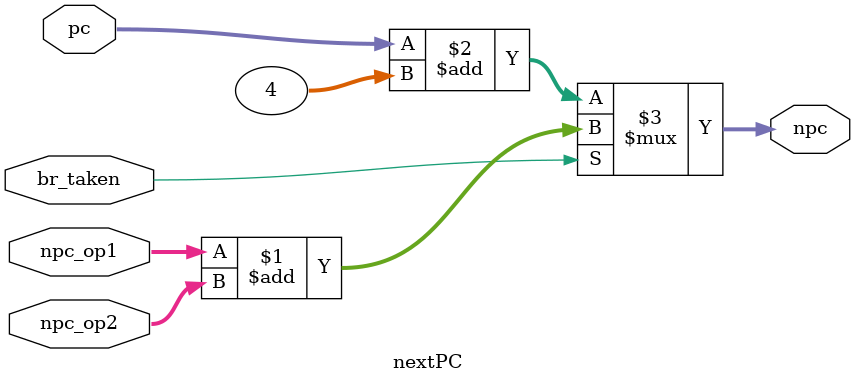
<source format=v>
`include "define.vh"

module nextPC (
    input br_taken,
    input [31:0] npc_op1, npc_op2, pc,
    output [31:0] npc
);
    assign npc = br_taken ? npc_op1 + npc_op2 : pc + 32'd4;
endmodule
</source>
